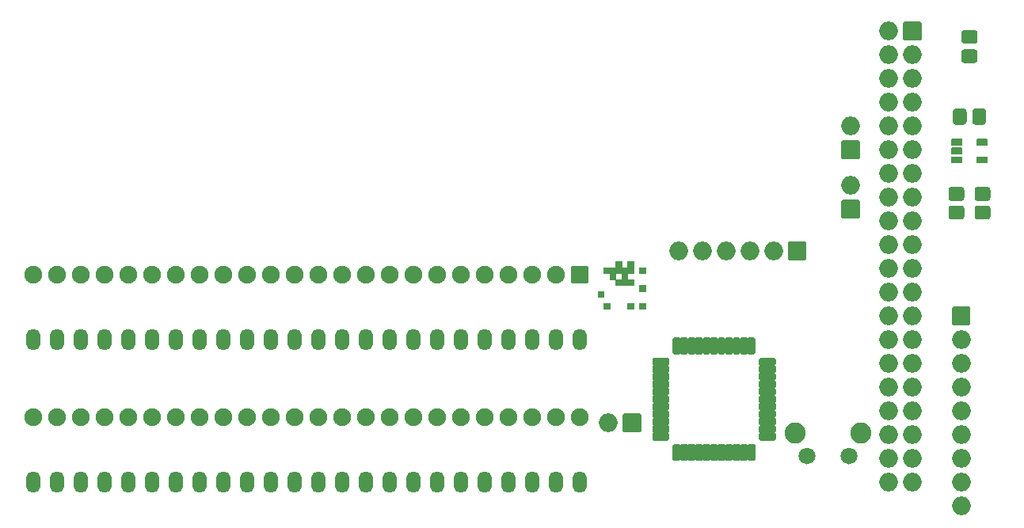
<source format=gbr>
%TF.GenerationSoftware,KiCad,Pcbnew,(5.1.9)-1*%
%TF.CreationDate,2021-07-28T09:14:02+01:00*%
%TF.ProjectId,RGBtoHDMI Amiga Denise DIP CPLD Rev 1.1,52474274-6f48-4444-9d49-20416d696761,rev?*%
%TF.SameCoordinates,Original*%
%TF.FileFunction,Soldermask,Top*%
%TF.FilePolarity,Negative*%
%FSLAX46Y46*%
G04 Gerber Fmt 4.6, Leading zero omitted, Abs format (unit mm)*
G04 Created by KiCad (PCBNEW (5.1.9)-1) date 2021-07-28 09:14:02*
%MOMM*%
%LPD*%
G01*
G04 APERTURE LIST*
%ADD10C,0.100000*%
%ADD11C,1.808000*%
%ADD12C,2.250000*%
%ADD13O,2.000000X2.000000*%
%ADD14O,1.500000X2.300000*%
%ADD15O,1.900000X1.900000*%
G04 APERTURE END LIST*
D10*
%TO.C,solarmon*%
G36*
X144399000Y-84963000D02*
G01*
X143764000Y-84963000D01*
X143764000Y-84328000D01*
X144399000Y-84328000D01*
X144399000Y-84963000D01*
G37*
X144399000Y-84963000D02*
X143764000Y-84963000D01*
X143764000Y-84328000D01*
X144399000Y-84328000D01*
X144399000Y-84963000D01*
G36*
X144399000Y-85598000D02*
G01*
X143764000Y-85598000D01*
X143764000Y-84963000D01*
X144399000Y-84963000D01*
X144399000Y-85598000D01*
G37*
X144399000Y-85598000D02*
X143764000Y-85598000D01*
X143764000Y-84963000D01*
X144399000Y-84963000D01*
X144399000Y-85598000D01*
G36*
X145034000Y-85598000D02*
G01*
X144399000Y-85598000D01*
X144399000Y-84963000D01*
X145034000Y-84963000D01*
X145034000Y-85598000D01*
G37*
X145034000Y-85598000D02*
X144399000Y-85598000D01*
X144399000Y-84963000D01*
X145034000Y-84963000D01*
X145034000Y-85598000D01*
G36*
X143764000Y-85598000D02*
G01*
X143129000Y-85598000D01*
X143129000Y-84963000D01*
X143764000Y-84963000D01*
X143764000Y-85598000D01*
G37*
X143764000Y-85598000D02*
X143129000Y-85598000D01*
X143129000Y-84963000D01*
X143764000Y-84963000D01*
X143764000Y-85598000D01*
G36*
X143129000Y-84963000D02*
G01*
X142494000Y-84963000D01*
X142494000Y-84328000D01*
X143129000Y-84328000D01*
X143129000Y-84963000D01*
G37*
X143129000Y-84963000D02*
X142494000Y-84963000D01*
X142494000Y-84328000D01*
X143129000Y-84328000D01*
X143129000Y-84963000D01*
G36*
X146304000Y-84328000D02*
G01*
X145669000Y-84328000D01*
X145669000Y-83693000D01*
X146304000Y-83693000D01*
X146304000Y-84328000D01*
G37*
X146304000Y-84328000D02*
X145669000Y-84328000D01*
X145669000Y-83693000D01*
X146304000Y-83693000D01*
X146304000Y-84328000D01*
G36*
X146304000Y-88138000D02*
G01*
X145669000Y-88138000D01*
X145669000Y-87503000D01*
X146304000Y-87503000D01*
X146304000Y-88138000D01*
G37*
X146304000Y-88138000D02*
X145669000Y-88138000D01*
X145669000Y-87503000D01*
X146304000Y-87503000D01*
X146304000Y-88138000D01*
G36*
X145034000Y-83693000D02*
G01*
X144399000Y-83693000D01*
X144399000Y-83058000D01*
X145034000Y-83058000D01*
X145034000Y-83693000D01*
G37*
X145034000Y-83693000D02*
X144399000Y-83693000D01*
X144399000Y-83058000D01*
X145034000Y-83058000D01*
X145034000Y-83693000D01*
G36*
X145034000Y-84328000D02*
G01*
X144399000Y-84328000D01*
X144399000Y-83693000D01*
X145034000Y-83693000D01*
X145034000Y-84328000D01*
G37*
X145034000Y-84328000D02*
X144399000Y-84328000D01*
X144399000Y-83693000D01*
X145034000Y-83693000D01*
X145034000Y-84328000D01*
G36*
X144399000Y-84328000D02*
G01*
X143764000Y-84328000D01*
X143764000Y-83693000D01*
X144399000Y-83693000D01*
X144399000Y-84328000D01*
G37*
X144399000Y-84328000D02*
X143764000Y-84328000D01*
X143764000Y-83693000D01*
X144399000Y-83693000D01*
X144399000Y-84328000D01*
G36*
X143764000Y-84328000D02*
G01*
X143129000Y-84328000D01*
X143129000Y-83693000D01*
X143764000Y-83693000D01*
X143764000Y-84328000D01*
G37*
X143764000Y-84328000D02*
X143129000Y-84328000D01*
X143129000Y-83693000D01*
X143764000Y-83693000D01*
X143764000Y-84328000D01*
G36*
X143764000Y-83693000D02*
G01*
X143129000Y-83693000D01*
X143129000Y-83058000D01*
X143764000Y-83058000D01*
X143764000Y-83693000D01*
G37*
X143764000Y-83693000D02*
X143129000Y-83693000D01*
X143129000Y-83058000D01*
X143764000Y-83058000D01*
X143764000Y-83693000D01*
G36*
X143129000Y-84328000D02*
G01*
X142494000Y-84328000D01*
X142494000Y-83693000D01*
X143129000Y-83693000D01*
X143129000Y-84328000D01*
G37*
X143129000Y-84328000D02*
X142494000Y-84328000D01*
X142494000Y-83693000D01*
X143129000Y-83693000D01*
X143129000Y-84328000D01*
G36*
X142494000Y-84328000D02*
G01*
X141859000Y-84328000D01*
X141859000Y-83693000D01*
X142494000Y-83693000D01*
X142494000Y-84328000D01*
G37*
X142494000Y-84328000D02*
X141859000Y-84328000D01*
X141859000Y-83693000D01*
X142494000Y-83693000D01*
X142494000Y-84328000D01*
G36*
X141859000Y-86868000D02*
G01*
X141224000Y-86868000D01*
X141224000Y-86233000D01*
X141859000Y-86233000D01*
X141859000Y-86868000D01*
G37*
X141859000Y-86868000D02*
X141224000Y-86868000D01*
X141224000Y-86233000D01*
X141859000Y-86233000D01*
X141859000Y-86868000D01*
G36*
X142494000Y-88138000D02*
G01*
X141859000Y-88138000D01*
X141859000Y-87503000D01*
X142494000Y-87503000D01*
X142494000Y-88138000D01*
G37*
X142494000Y-88138000D02*
X141859000Y-88138000D01*
X141859000Y-87503000D01*
X142494000Y-87503000D01*
X142494000Y-88138000D01*
G36*
X145034000Y-88138000D02*
G01*
X144399000Y-88138000D01*
X144399000Y-87503000D01*
X145034000Y-87503000D01*
X145034000Y-88138000D01*
G37*
X145034000Y-88138000D02*
X144399000Y-88138000D01*
X144399000Y-87503000D01*
X145034000Y-87503000D01*
X145034000Y-88138000D01*
G36*
X146304000Y-86233000D02*
G01*
X145669000Y-86233000D01*
X145669000Y-85598000D01*
X146304000Y-85598000D01*
X146304000Y-86233000D01*
G37*
X146304000Y-86233000D02*
X145669000Y-86233000D01*
X145669000Y-85598000D01*
X146304000Y-85598000D01*
X146304000Y-86233000D01*
%TD*%
D11*
%TO.C,BT11*%
X163587000Y-103886000D03*
X168137000Y-103886000D03*
D12*
X162362000Y-101386000D03*
X169362000Y-101386000D03*
%TD*%
%TO.C,FFOSD1*%
G36*
G01*
X179086000Y-89750000D02*
X179086000Y-88050000D01*
G75*
G02*
X179236000Y-87900000I150000J0D01*
G01*
X180936000Y-87900000D01*
G75*
G02*
X181086000Y-88050000I0J-150000D01*
G01*
X181086000Y-89750000D01*
G75*
G02*
X180936000Y-89900000I-150000J0D01*
G01*
X179236000Y-89900000D01*
G75*
G02*
X179086000Y-89750000I0J150000D01*
G01*
G37*
D13*
X180086000Y-91440000D03*
X180086000Y-93980000D03*
X180086000Y-96520000D03*
X180086000Y-99060000D03*
X180086000Y-101600000D03*
X180086000Y-104140000D03*
X180086000Y-106680000D03*
X180086000Y-109220000D03*
%TD*%
%TO.C,BT3*%
X168275000Y-68580000D03*
G36*
G01*
X169275000Y-70270000D02*
X169275000Y-71970000D01*
G75*
G02*
X169125000Y-72120000I-150000J0D01*
G01*
X167425000Y-72120000D01*
G75*
G02*
X167275000Y-71970000I0J150000D01*
G01*
X167275000Y-70270000D01*
G75*
G02*
X167425000Y-70120000I150000J0D01*
G01*
X169125000Y-70120000D01*
G75*
G02*
X169275000Y-70270000I0J-150000D01*
G01*
G37*
%TD*%
%TO.C,BT2*%
X168275000Y-74930000D03*
G36*
G01*
X169275000Y-76620000D02*
X169275000Y-78320000D01*
G75*
G02*
X169125000Y-78470000I-150000J0D01*
G01*
X167425000Y-78470000D01*
G75*
G02*
X167275000Y-78320000I0J150000D01*
G01*
X167275000Y-76620000D01*
G75*
G02*
X167425000Y-76470000I150000J0D01*
G01*
X169125000Y-76470000D01*
G75*
G02*
X169275000Y-76620000I0J-150000D01*
G01*
G37*
%TD*%
%TO.C,C5*%
G36*
G01*
X180675000Y-67002829D02*
X180675000Y-68125171D01*
G75*
G02*
X180361171Y-68439000I-313829J0D01*
G01*
X179513829Y-68439000D01*
G75*
G02*
X179200000Y-68125171I0J313829D01*
G01*
X179200000Y-67002829D01*
G75*
G02*
X179513829Y-66689000I313829J0D01*
G01*
X180361171Y-66689000D01*
G75*
G02*
X180675000Y-67002829I0J-313829D01*
G01*
G37*
G36*
G01*
X182750000Y-67002829D02*
X182750000Y-68125171D01*
G75*
G02*
X182436171Y-68439000I-313829J0D01*
G01*
X181588829Y-68439000D01*
G75*
G02*
X181275000Y-68125171I0J313829D01*
G01*
X181275000Y-67002829D01*
G75*
G02*
X181588829Y-66689000I313829J0D01*
G01*
X182436171Y-66689000D01*
G75*
G02*
X182750000Y-67002829I0J-313829D01*
G01*
G37*
%TD*%
%TO.C,U2*%
G36*
G01*
X181800000Y-69927000D02*
X182850000Y-69927000D01*
G75*
G02*
X182920000Y-69997000I0J-70000D01*
G01*
X182920000Y-70597000D01*
G75*
G02*
X182850000Y-70667000I-70000J0D01*
G01*
X181800000Y-70667000D01*
G75*
G02*
X181730000Y-70597000I0J70000D01*
G01*
X181730000Y-69997000D01*
G75*
G02*
X181800000Y-69927000I70000J0D01*
G01*
G37*
G36*
G01*
X181800000Y-71827000D02*
X182850000Y-71827000D01*
G75*
G02*
X182920000Y-71897000I0J-70000D01*
G01*
X182920000Y-72497000D01*
G75*
G02*
X182850000Y-72567000I-70000J0D01*
G01*
X181800000Y-72567000D01*
G75*
G02*
X181730000Y-72497000I0J70000D01*
G01*
X181730000Y-71897000D01*
G75*
G02*
X181800000Y-71827000I70000J0D01*
G01*
G37*
G36*
G01*
X179100000Y-71827000D02*
X180150000Y-71827000D01*
G75*
G02*
X180220000Y-71897000I0J-70000D01*
G01*
X180220000Y-72497000D01*
G75*
G02*
X180150000Y-72567000I-70000J0D01*
G01*
X179100000Y-72567000D01*
G75*
G02*
X179030000Y-72497000I0J70000D01*
G01*
X179030000Y-71897000D01*
G75*
G02*
X179100000Y-71827000I70000J0D01*
G01*
G37*
G36*
G01*
X179100000Y-70877000D02*
X180150000Y-70877000D01*
G75*
G02*
X180220000Y-70947000I0J-70000D01*
G01*
X180220000Y-71547000D01*
G75*
G02*
X180150000Y-71617000I-70000J0D01*
G01*
X179100000Y-71617000D01*
G75*
G02*
X179030000Y-71547000I0J70000D01*
G01*
X179030000Y-70947000D01*
G75*
G02*
X179100000Y-70877000I70000J0D01*
G01*
G37*
G36*
G01*
X179100000Y-69927000D02*
X180150000Y-69927000D01*
G75*
G02*
X180220000Y-69997000I0J-70000D01*
G01*
X180220000Y-70597000D01*
G75*
G02*
X180150000Y-70667000I-70000J0D01*
G01*
X179100000Y-70667000D01*
G75*
G02*
X179030000Y-70597000I0J70000D01*
G01*
X179030000Y-69997000D01*
G75*
G02*
X179100000Y-69927000I70000J0D01*
G01*
G37*
%TD*%
%TO.C,R5*%
G36*
G01*
X182909502Y-76585000D02*
X181834498Y-76585000D01*
G75*
G02*
X181522000Y-76272502I0J312498D01*
G01*
X181522000Y-75397498D01*
G75*
G02*
X181834498Y-75085000I312498J0D01*
G01*
X182909502Y-75085000D01*
G75*
G02*
X183222000Y-75397498I0J-312498D01*
G01*
X183222000Y-76272502D01*
G75*
G02*
X182909502Y-76585000I-312498J0D01*
G01*
G37*
G36*
G01*
X182909502Y-78585000D02*
X181834498Y-78585000D01*
G75*
G02*
X181522000Y-78272502I0J312498D01*
G01*
X181522000Y-77397498D01*
G75*
G02*
X181834498Y-77085000I312498J0D01*
G01*
X182909502Y-77085000D01*
G75*
G02*
X183222000Y-77397498I0J-312498D01*
G01*
X183222000Y-78272502D01*
G75*
G02*
X182909502Y-78585000I-312498J0D01*
G01*
G37*
%TD*%
%TO.C,R4*%
G36*
G01*
X179040498Y-77085000D02*
X180115502Y-77085000D01*
G75*
G02*
X180428000Y-77397498I0J-312498D01*
G01*
X180428000Y-78272502D01*
G75*
G02*
X180115502Y-78585000I-312498J0D01*
G01*
X179040498Y-78585000D01*
G75*
G02*
X178728000Y-78272502I0J312498D01*
G01*
X178728000Y-77397498D01*
G75*
G02*
X179040498Y-77085000I312498J0D01*
G01*
G37*
G36*
G01*
X179040498Y-75085000D02*
X180115502Y-75085000D01*
G75*
G02*
X180428000Y-75397498I0J-312498D01*
G01*
X180428000Y-76272502D01*
G75*
G02*
X180115502Y-76585000I-312498J0D01*
G01*
X179040498Y-76585000D01*
G75*
G02*
X178728000Y-76272502I0J312498D01*
G01*
X178728000Y-75397498D01*
G75*
G02*
X179040498Y-75085000I312498J0D01*
G01*
G37*
%TD*%
%TO.C,JTAG1*%
X149860000Y-81915000D03*
X152400000Y-81915000D03*
X154940000Y-81915000D03*
X157480000Y-81915000D03*
X160020000Y-81915000D03*
G36*
G01*
X161710000Y-80915000D02*
X163410000Y-80915000D01*
G75*
G02*
X163560000Y-81065000I0J-150000D01*
G01*
X163560000Y-82765000D01*
G75*
G02*
X163410000Y-82915000I-150000J0D01*
G01*
X161710000Y-82915000D01*
G75*
G02*
X161560000Y-82765000I0J150000D01*
G01*
X161560000Y-81065000D01*
G75*
G02*
X161710000Y-80915000I150000J0D01*
G01*
G37*
%TD*%
%TO.C,C1*%
G36*
G01*
X180413829Y-60371000D02*
X181536171Y-60371000D01*
G75*
G02*
X181850000Y-60684829I0J-313829D01*
G01*
X181850000Y-61532171D01*
G75*
G02*
X181536171Y-61846000I-313829J0D01*
G01*
X180413829Y-61846000D01*
G75*
G02*
X180100000Y-61532171I0J313829D01*
G01*
X180100000Y-60684829D01*
G75*
G02*
X180413829Y-60371000I313829J0D01*
G01*
G37*
G36*
G01*
X180413829Y-58296000D02*
X181536171Y-58296000D01*
G75*
G02*
X181850000Y-58609829I0J-313829D01*
G01*
X181850000Y-59457171D01*
G75*
G02*
X181536171Y-59771000I-313829J0D01*
G01*
X180413829Y-59771000D01*
G75*
G02*
X180100000Y-59457171I0J313829D01*
G01*
X180100000Y-58609829D01*
G75*
G02*
X180413829Y-58296000I313829J0D01*
G01*
G37*
%TD*%
%TO.C,U1*%
G36*
G01*
X148870000Y-101515000D02*
X148870000Y-102065000D01*
G75*
G02*
X148720000Y-102215000I-150000J0D01*
G01*
X147220000Y-102215000D01*
G75*
G02*
X147070000Y-102065000I0J150000D01*
G01*
X147070000Y-101515000D01*
G75*
G02*
X147220000Y-101365000I150000J0D01*
G01*
X148720000Y-101365000D01*
G75*
G02*
X148870000Y-101515000I0J-150000D01*
G01*
G37*
G36*
G01*
X148870000Y-100715000D02*
X148870000Y-101265000D01*
G75*
G02*
X148720000Y-101415000I-150000J0D01*
G01*
X147220000Y-101415000D01*
G75*
G02*
X147070000Y-101265000I0J150000D01*
G01*
X147070000Y-100715000D01*
G75*
G02*
X147220000Y-100565000I150000J0D01*
G01*
X148720000Y-100565000D01*
G75*
G02*
X148870000Y-100715000I0J-150000D01*
G01*
G37*
G36*
G01*
X148870000Y-99915000D02*
X148870000Y-100465000D01*
G75*
G02*
X148720000Y-100615000I-150000J0D01*
G01*
X147220000Y-100615000D01*
G75*
G02*
X147070000Y-100465000I0J150000D01*
G01*
X147070000Y-99915000D01*
G75*
G02*
X147220000Y-99765000I150000J0D01*
G01*
X148720000Y-99765000D01*
G75*
G02*
X148870000Y-99915000I0J-150000D01*
G01*
G37*
G36*
G01*
X148870000Y-99115000D02*
X148870000Y-99665000D01*
G75*
G02*
X148720000Y-99815000I-150000J0D01*
G01*
X147220000Y-99815000D01*
G75*
G02*
X147070000Y-99665000I0J150000D01*
G01*
X147070000Y-99115000D01*
G75*
G02*
X147220000Y-98965000I150000J0D01*
G01*
X148720000Y-98965000D01*
G75*
G02*
X148870000Y-99115000I0J-150000D01*
G01*
G37*
G36*
G01*
X148870000Y-98315000D02*
X148870000Y-98865000D01*
G75*
G02*
X148720000Y-99015000I-150000J0D01*
G01*
X147220000Y-99015000D01*
G75*
G02*
X147070000Y-98865000I0J150000D01*
G01*
X147070000Y-98315000D01*
G75*
G02*
X147220000Y-98165000I150000J0D01*
G01*
X148720000Y-98165000D01*
G75*
G02*
X148870000Y-98315000I0J-150000D01*
G01*
G37*
G36*
G01*
X148870000Y-97515000D02*
X148870000Y-98065000D01*
G75*
G02*
X148720000Y-98215000I-150000J0D01*
G01*
X147220000Y-98215000D01*
G75*
G02*
X147070000Y-98065000I0J150000D01*
G01*
X147070000Y-97515000D01*
G75*
G02*
X147220000Y-97365000I150000J0D01*
G01*
X148720000Y-97365000D01*
G75*
G02*
X148870000Y-97515000I0J-150000D01*
G01*
G37*
G36*
G01*
X148870000Y-96715000D02*
X148870000Y-97265000D01*
G75*
G02*
X148720000Y-97415000I-150000J0D01*
G01*
X147220000Y-97415000D01*
G75*
G02*
X147070000Y-97265000I0J150000D01*
G01*
X147070000Y-96715000D01*
G75*
G02*
X147220000Y-96565000I150000J0D01*
G01*
X148720000Y-96565000D01*
G75*
G02*
X148870000Y-96715000I0J-150000D01*
G01*
G37*
G36*
G01*
X148870000Y-95915000D02*
X148870000Y-96465000D01*
G75*
G02*
X148720000Y-96615000I-150000J0D01*
G01*
X147220000Y-96615000D01*
G75*
G02*
X147070000Y-96465000I0J150000D01*
G01*
X147070000Y-95915000D01*
G75*
G02*
X147220000Y-95765000I150000J0D01*
G01*
X148720000Y-95765000D01*
G75*
G02*
X148870000Y-95915000I0J-150000D01*
G01*
G37*
G36*
G01*
X148870000Y-95115000D02*
X148870000Y-95665000D01*
G75*
G02*
X148720000Y-95815000I-150000J0D01*
G01*
X147220000Y-95815000D01*
G75*
G02*
X147070000Y-95665000I0J150000D01*
G01*
X147070000Y-95115000D01*
G75*
G02*
X147220000Y-94965000I150000J0D01*
G01*
X148720000Y-94965000D01*
G75*
G02*
X148870000Y-95115000I0J-150000D01*
G01*
G37*
G36*
G01*
X148870000Y-94315000D02*
X148870000Y-94865000D01*
G75*
G02*
X148720000Y-95015000I-150000J0D01*
G01*
X147220000Y-95015000D01*
G75*
G02*
X147070000Y-94865000I0J150000D01*
G01*
X147070000Y-94315000D01*
G75*
G02*
X147220000Y-94165000I150000J0D01*
G01*
X148720000Y-94165000D01*
G75*
G02*
X148870000Y-94315000I0J-150000D01*
G01*
G37*
G36*
G01*
X148870000Y-93515000D02*
X148870000Y-94065000D01*
G75*
G02*
X148720000Y-94215000I-150000J0D01*
G01*
X147220000Y-94215000D01*
G75*
G02*
X147070000Y-94065000I0J150000D01*
G01*
X147070000Y-93515000D01*
G75*
G02*
X147220000Y-93365000I150000J0D01*
G01*
X148720000Y-93365000D01*
G75*
G02*
X148870000Y-93515000I0J-150000D01*
G01*
G37*
G36*
G01*
X149945000Y-92990000D02*
X149395000Y-92990000D01*
G75*
G02*
X149245000Y-92840000I0J150000D01*
G01*
X149245000Y-91340000D01*
G75*
G02*
X149395000Y-91190000I150000J0D01*
G01*
X149945000Y-91190000D01*
G75*
G02*
X150095000Y-91340000I0J-150000D01*
G01*
X150095000Y-92840000D01*
G75*
G02*
X149945000Y-92990000I-150000J0D01*
G01*
G37*
G36*
G01*
X150745000Y-92990000D02*
X150195000Y-92990000D01*
G75*
G02*
X150045000Y-92840000I0J150000D01*
G01*
X150045000Y-91340000D01*
G75*
G02*
X150195000Y-91190000I150000J0D01*
G01*
X150745000Y-91190000D01*
G75*
G02*
X150895000Y-91340000I0J-150000D01*
G01*
X150895000Y-92840000D01*
G75*
G02*
X150745000Y-92990000I-150000J0D01*
G01*
G37*
G36*
G01*
X151545000Y-92990000D02*
X150995000Y-92990000D01*
G75*
G02*
X150845000Y-92840000I0J150000D01*
G01*
X150845000Y-91340000D01*
G75*
G02*
X150995000Y-91190000I150000J0D01*
G01*
X151545000Y-91190000D01*
G75*
G02*
X151695000Y-91340000I0J-150000D01*
G01*
X151695000Y-92840000D01*
G75*
G02*
X151545000Y-92990000I-150000J0D01*
G01*
G37*
G36*
G01*
X152345000Y-92990000D02*
X151795000Y-92990000D01*
G75*
G02*
X151645000Y-92840000I0J150000D01*
G01*
X151645000Y-91340000D01*
G75*
G02*
X151795000Y-91190000I150000J0D01*
G01*
X152345000Y-91190000D01*
G75*
G02*
X152495000Y-91340000I0J-150000D01*
G01*
X152495000Y-92840000D01*
G75*
G02*
X152345000Y-92990000I-150000J0D01*
G01*
G37*
G36*
G01*
X153145000Y-92990000D02*
X152595000Y-92990000D01*
G75*
G02*
X152445000Y-92840000I0J150000D01*
G01*
X152445000Y-91340000D01*
G75*
G02*
X152595000Y-91190000I150000J0D01*
G01*
X153145000Y-91190000D01*
G75*
G02*
X153295000Y-91340000I0J-150000D01*
G01*
X153295000Y-92840000D01*
G75*
G02*
X153145000Y-92990000I-150000J0D01*
G01*
G37*
G36*
G01*
X153945000Y-92990000D02*
X153395000Y-92990000D01*
G75*
G02*
X153245000Y-92840000I0J150000D01*
G01*
X153245000Y-91340000D01*
G75*
G02*
X153395000Y-91190000I150000J0D01*
G01*
X153945000Y-91190000D01*
G75*
G02*
X154095000Y-91340000I0J-150000D01*
G01*
X154095000Y-92840000D01*
G75*
G02*
X153945000Y-92990000I-150000J0D01*
G01*
G37*
G36*
G01*
X154745000Y-92990000D02*
X154195000Y-92990000D01*
G75*
G02*
X154045000Y-92840000I0J150000D01*
G01*
X154045000Y-91340000D01*
G75*
G02*
X154195000Y-91190000I150000J0D01*
G01*
X154745000Y-91190000D01*
G75*
G02*
X154895000Y-91340000I0J-150000D01*
G01*
X154895000Y-92840000D01*
G75*
G02*
X154745000Y-92990000I-150000J0D01*
G01*
G37*
G36*
G01*
X155545000Y-92990000D02*
X154995000Y-92990000D01*
G75*
G02*
X154845000Y-92840000I0J150000D01*
G01*
X154845000Y-91340000D01*
G75*
G02*
X154995000Y-91190000I150000J0D01*
G01*
X155545000Y-91190000D01*
G75*
G02*
X155695000Y-91340000I0J-150000D01*
G01*
X155695000Y-92840000D01*
G75*
G02*
X155545000Y-92990000I-150000J0D01*
G01*
G37*
G36*
G01*
X156345000Y-92990000D02*
X155795000Y-92990000D01*
G75*
G02*
X155645000Y-92840000I0J150000D01*
G01*
X155645000Y-91340000D01*
G75*
G02*
X155795000Y-91190000I150000J0D01*
G01*
X156345000Y-91190000D01*
G75*
G02*
X156495000Y-91340000I0J-150000D01*
G01*
X156495000Y-92840000D01*
G75*
G02*
X156345000Y-92990000I-150000J0D01*
G01*
G37*
G36*
G01*
X157145000Y-92990000D02*
X156595000Y-92990000D01*
G75*
G02*
X156445000Y-92840000I0J150000D01*
G01*
X156445000Y-91340000D01*
G75*
G02*
X156595000Y-91190000I150000J0D01*
G01*
X157145000Y-91190000D01*
G75*
G02*
X157295000Y-91340000I0J-150000D01*
G01*
X157295000Y-92840000D01*
G75*
G02*
X157145000Y-92990000I-150000J0D01*
G01*
G37*
G36*
G01*
X157945000Y-92990000D02*
X157395000Y-92990000D01*
G75*
G02*
X157245000Y-92840000I0J150000D01*
G01*
X157245000Y-91340000D01*
G75*
G02*
X157395000Y-91190000I150000J0D01*
G01*
X157945000Y-91190000D01*
G75*
G02*
X158095000Y-91340000I0J-150000D01*
G01*
X158095000Y-92840000D01*
G75*
G02*
X157945000Y-92990000I-150000J0D01*
G01*
G37*
G36*
G01*
X160270000Y-93515000D02*
X160270000Y-94065000D01*
G75*
G02*
X160120000Y-94215000I-150000J0D01*
G01*
X158620000Y-94215000D01*
G75*
G02*
X158470000Y-94065000I0J150000D01*
G01*
X158470000Y-93515000D01*
G75*
G02*
X158620000Y-93365000I150000J0D01*
G01*
X160120000Y-93365000D01*
G75*
G02*
X160270000Y-93515000I0J-150000D01*
G01*
G37*
G36*
G01*
X160270000Y-94315000D02*
X160270000Y-94865000D01*
G75*
G02*
X160120000Y-95015000I-150000J0D01*
G01*
X158620000Y-95015000D01*
G75*
G02*
X158470000Y-94865000I0J150000D01*
G01*
X158470000Y-94315000D01*
G75*
G02*
X158620000Y-94165000I150000J0D01*
G01*
X160120000Y-94165000D01*
G75*
G02*
X160270000Y-94315000I0J-150000D01*
G01*
G37*
G36*
G01*
X160270000Y-95115000D02*
X160270000Y-95665000D01*
G75*
G02*
X160120000Y-95815000I-150000J0D01*
G01*
X158620000Y-95815000D01*
G75*
G02*
X158470000Y-95665000I0J150000D01*
G01*
X158470000Y-95115000D01*
G75*
G02*
X158620000Y-94965000I150000J0D01*
G01*
X160120000Y-94965000D01*
G75*
G02*
X160270000Y-95115000I0J-150000D01*
G01*
G37*
G36*
G01*
X160270000Y-95915000D02*
X160270000Y-96465000D01*
G75*
G02*
X160120000Y-96615000I-150000J0D01*
G01*
X158620000Y-96615000D01*
G75*
G02*
X158470000Y-96465000I0J150000D01*
G01*
X158470000Y-95915000D01*
G75*
G02*
X158620000Y-95765000I150000J0D01*
G01*
X160120000Y-95765000D01*
G75*
G02*
X160270000Y-95915000I0J-150000D01*
G01*
G37*
G36*
G01*
X160270000Y-96715000D02*
X160270000Y-97265000D01*
G75*
G02*
X160120000Y-97415000I-150000J0D01*
G01*
X158620000Y-97415000D01*
G75*
G02*
X158470000Y-97265000I0J150000D01*
G01*
X158470000Y-96715000D01*
G75*
G02*
X158620000Y-96565000I150000J0D01*
G01*
X160120000Y-96565000D01*
G75*
G02*
X160270000Y-96715000I0J-150000D01*
G01*
G37*
G36*
G01*
X160270000Y-97515000D02*
X160270000Y-98065000D01*
G75*
G02*
X160120000Y-98215000I-150000J0D01*
G01*
X158620000Y-98215000D01*
G75*
G02*
X158470000Y-98065000I0J150000D01*
G01*
X158470000Y-97515000D01*
G75*
G02*
X158620000Y-97365000I150000J0D01*
G01*
X160120000Y-97365000D01*
G75*
G02*
X160270000Y-97515000I0J-150000D01*
G01*
G37*
G36*
G01*
X160270000Y-98315000D02*
X160270000Y-98865000D01*
G75*
G02*
X160120000Y-99015000I-150000J0D01*
G01*
X158620000Y-99015000D01*
G75*
G02*
X158470000Y-98865000I0J150000D01*
G01*
X158470000Y-98315000D01*
G75*
G02*
X158620000Y-98165000I150000J0D01*
G01*
X160120000Y-98165000D01*
G75*
G02*
X160270000Y-98315000I0J-150000D01*
G01*
G37*
G36*
G01*
X160270000Y-99115000D02*
X160270000Y-99665000D01*
G75*
G02*
X160120000Y-99815000I-150000J0D01*
G01*
X158620000Y-99815000D01*
G75*
G02*
X158470000Y-99665000I0J150000D01*
G01*
X158470000Y-99115000D01*
G75*
G02*
X158620000Y-98965000I150000J0D01*
G01*
X160120000Y-98965000D01*
G75*
G02*
X160270000Y-99115000I0J-150000D01*
G01*
G37*
G36*
G01*
X160270000Y-99915000D02*
X160270000Y-100465000D01*
G75*
G02*
X160120000Y-100615000I-150000J0D01*
G01*
X158620000Y-100615000D01*
G75*
G02*
X158470000Y-100465000I0J150000D01*
G01*
X158470000Y-99915000D01*
G75*
G02*
X158620000Y-99765000I150000J0D01*
G01*
X160120000Y-99765000D01*
G75*
G02*
X160270000Y-99915000I0J-150000D01*
G01*
G37*
G36*
G01*
X160270000Y-100715000D02*
X160270000Y-101265000D01*
G75*
G02*
X160120000Y-101415000I-150000J0D01*
G01*
X158620000Y-101415000D01*
G75*
G02*
X158470000Y-101265000I0J150000D01*
G01*
X158470000Y-100715000D01*
G75*
G02*
X158620000Y-100565000I150000J0D01*
G01*
X160120000Y-100565000D01*
G75*
G02*
X160270000Y-100715000I0J-150000D01*
G01*
G37*
G36*
G01*
X160270000Y-101515000D02*
X160270000Y-102065000D01*
G75*
G02*
X160120000Y-102215000I-150000J0D01*
G01*
X158620000Y-102215000D01*
G75*
G02*
X158470000Y-102065000I0J150000D01*
G01*
X158470000Y-101515000D01*
G75*
G02*
X158620000Y-101365000I150000J0D01*
G01*
X160120000Y-101365000D01*
G75*
G02*
X160270000Y-101515000I0J-150000D01*
G01*
G37*
G36*
G01*
X157945000Y-104390000D02*
X157395000Y-104390000D01*
G75*
G02*
X157245000Y-104240000I0J150000D01*
G01*
X157245000Y-102740000D01*
G75*
G02*
X157395000Y-102590000I150000J0D01*
G01*
X157945000Y-102590000D01*
G75*
G02*
X158095000Y-102740000I0J-150000D01*
G01*
X158095000Y-104240000D01*
G75*
G02*
X157945000Y-104390000I-150000J0D01*
G01*
G37*
G36*
G01*
X157145000Y-104390000D02*
X156595000Y-104390000D01*
G75*
G02*
X156445000Y-104240000I0J150000D01*
G01*
X156445000Y-102740000D01*
G75*
G02*
X156595000Y-102590000I150000J0D01*
G01*
X157145000Y-102590000D01*
G75*
G02*
X157295000Y-102740000I0J-150000D01*
G01*
X157295000Y-104240000D01*
G75*
G02*
X157145000Y-104390000I-150000J0D01*
G01*
G37*
G36*
G01*
X156345000Y-104390000D02*
X155795000Y-104390000D01*
G75*
G02*
X155645000Y-104240000I0J150000D01*
G01*
X155645000Y-102740000D01*
G75*
G02*
X155795000Y-102590000I150000J0D01*
G01*
X156345000Y-102590000D01*
G75*
G02*
X156495000Y-102740000I0J-150000D01*
G01*
X156495000Y-104240000D01*
G75*
G02*
X156345000Y-104390000I-150000J0D01*
G01*
G37*
G36*
G01*
X155545000Y-104390000D02*
X154995000Y-104390000D01*
G75*
G02*
X154845000Y-104240000I0J150000D01*
G01*
X154845000Y-102740000D01*
G75*
G02*
X154995000Y-102590000I150000J0D01*
G01*
X155545000Y-102590000D01*
G75*
G02*
X155695000Y-102740000I0J-150000D01*
G01*
X155695000Y-104240000D01*
G75*
G02*
X155545000Y-104390000I-150000J0D01*
G01*
G37*
G36*
G01*
X154745000Y-104390000D02*
X154195000Y-104390000D01*
G75*
G02*
X154045000Y-104240000I0J150000D01*
G01*
X154045000Y-102740000D01*
G75*
G02*
X154195000Y-102590000I150000J0D01*
G01*
X154745000Y-102590000D01*
G75*
G02*
X154895000Y-102740000I0J-150000D01*
G01*
X154895000Y-104240000D01*
G75*
G02*
X154745000Y-104390000I-150000J0D01*
G01*
G37*
G36*
G01*
X153945000Y-104390000D02*
X153395000Y-104390000D01*
G75*
G02*
X153245000Y-104240000I0J150000D01*
G01*
X153245000Y-102740000D01*
G75*
G02*
X153395000Y-102590000I150000J0D01*
G01*
X153945000Y-102590000D01*
G75*
G02*
X154095000Y-102740000I0J-150000D01*
G01*
X154095000Y-104240000D01*
G75*
G02*
X153945000Y-104390000I-150000J0D01*
G01*
G37*
G36*
G01*
X153145000Y-104390000D02*
X152595000Y-104390000D01*
G75*
G02*
X152445000Y-104240000I0J150000D01*
G01*
X152445000Y-102740000D01*
G75*
G02*
X152595000Y-102590000I150000J0D01*
G01*
X153145000Y-102590000D01*
G75*
G02*
X153295000Y-102740000I0J-150000D01*
G01*
X153295000Y-104240000D01*
G75*
G02*
X153145000Y-104390000I-150000J0D01*
G01*
G37*
G36*
G01*
X152345000Y-104390000D02*
X151795000Y-104390000D01*
G75*
G02*
X151645000Y-104240000I0J150000D01*
G01*
X151645000Y-102740000D01*
G75*
G02*
X151795000Y-102590000I150000J0D01*
G01*
X152345000Y-102590000D01*
G75*
G02*
X152495000Y-102740000I0J-150000D01*
G01*
X152495000Y-104240000D01*
G75*
G02*
X152345000Y-104390000I-150000J0D01*
G01*
G37*
G36*
G01*
X151545000Y-104390000D02*
X150995000Y-104390000D01*
G75*
G02*
X150845000Y-104240000I0J150000D01*
G01*
X150845000Y-102740000D01*
G75*
G02*
X150995000Y-102590000I150000J0D01*
G01*
X151545000Y-102590000D01*
G75*
G02*
X151695000Y-102740000I0J-150000D01*
G01*
X151695000Y-104240000D01*
G75*
G02*
X151545000Y-104390000I-150000J0D01*
G01*
G37*
G36*
G01*
X150745000Y-104390000D02*
X150195000Y-104390000D01*
G75*
G02*
X150045000Y-104240000I0J150000D01*
G01*
X150045000Y-102740000D01*
G75*
G02*
X150195000Y-102590000I150000J0D01*
G01*
X150745000Y-102590000D01*
G75*
G02*
X150895000Y-102740000I0J-150000D01*
G01*
X150895000Y-104240000D01*
G75*
G02*
X150745000Y-104390000I-150000J0D01*
G01*
G37*
G36*
G01*
X149945000Y-104390000D02*
X149395000Y-104390000D01*
G75*
G02*
X149245000Y-104240000I0J150000D01*
G01*
X149245000Y-102740000D01*
G75*
G02*
X149395000Y-102590000I150000J0D01*
G01*
X149945000Y-102590000D01*
G75*
G02*
X150095000Y-102740000I0J-150000D01*
G01*
X150095000Y-104240000D01*
G75*
G02*
X149945000Y-104390000I-150000J0D01*
G01*
G37*
%TD*%
D14*
%TO.C,U4*%
X80873600Y-91440000D03*
X80873600Y-106680000D03*
X83413600Y-91440000D03*
X83413600Y-106680000D03*
X85953600Y-91440000D03*
X85953600Y-106680000D03*
X88493600Y-91440000D03*
X88493600Y-106680000D03*
X91033600Y-91440000D03*
X91033600Y-106680000D03*
X93573600Y-91440000D03*
X93573600Y-106680000D03*
X96113600Y-91440000D03*
X96113600Y-106680000D03*
X98653600Y-91440000D03*
X98653600Y-106680000D03*
X101193600Y-91440000D03*
X101193600Y-106680000D03*
X103733600Y-91440000D03*
X103733600Y-106680000D03*
X106273600Y-91440000D03*
X106273600Y-106680000D03*
X108813600Y-91440000D03*
X108813600Y-106680000D03*
X111353600Y-91440000D03*
X111353600Y-106680000D03*
X113893600Y-91440000D03*
X113893600Y-106680000D03*
X116433600Y-91440000D03*
X116433600Y-106680000D03*
X118973600Y-91440000D03*
X118973600Y-106680000D03*
X121513600Y-91440000D03*
X121513600Y-106680000D03*
X124053600Y-91440000D03*
X124053600Y-106680000D03*
X126593600Y-91440000D03*
X126593600Y-106680000D03*
X129133600Y-91440000D03*
X129133600Y-106680000D03*
X131673600Y-91440000D03*
X131673600Y-106680000D03*
X134213600Y-91440000D03*
X134213600Y-106680000D03*
X136753600Y-91440000D03*
X136753600Y-106680000D03*
X139293600Y-91440000D03*
X139293600Y-106680000D03*
%TD*%
D13*
%TO.C,J1*%
X172339000Y-106680000D03*
X174879000Y-106680000D03*
X172339000Y-104140000D03*
X174879000Y-104140000D03*
X172339000Y-101600000D03*
X174879000Y-101600000D03*
X172339000Y-99060000D03*
X174879000Y-99060000D03*
X172339000Y-96520000D03*
X174879000Y-96520000D03*
X172339000Y-93980000D03*
X174879000Y-93980000D03*
X172339000Y-91440000D03*
X174879000Y-91440000D03*
X172339000Y-88900000D03*
X174879000Y-88900000D03*
X172339000Y-86360000D03*
X174879000Y-86360000D03*
X172339000Y-83820000D03*
X174879000Y-83820000D03*
X172339000Y-81280000D03*
X174879000Y-81280000D03*
X172339000Y-78740000D03*
X174879000Y-78740000D03*
X172339000Y-76200000D03*
X174879000Y-76200000D03*
X172339000Y-73660000D03*
X174879000Y-73660000D03*
X172339000Y-71120000D03*
X174879000Y-71120000D03*
X172339000Y-68580000D03*
X174879000Y-68580000D03*
X172339000Y-66040000D03*
X174879000Y-66040000D03*
X172339000Y-63500000D03*
X174879000Y-63500000D03*
X172339000Y-60960000D03*
X174879000Y-60960000D03*
X172339000Y-58420000D03*
G36*
G01*
X173879000Y-59270000D02*
X173879000Y-57570000D01*
G75*
G02*
X174029000Y-57420000I150000J0D01*
G01*
X175729000Y-57420000D01*
G75*
G02*
X175879000Y-57570000I0J-150000D01*
G01*
X175879000Y-59270000D01*
G75*
G02*
X175729000Y-59420000I-150000J0D01*
G01*
X174029000Y-59420000D01*
G75*
G02*
X173879000Y-59270000I0J150000D01*
G01*
G37*
%TD*%
D15*
%TO.C,U3*%
X139315000Y-99695000D03*
X80895000Y-84455000D03*
X136775000Y-99695000D03*
X83435000Y-84455000D03*
X134235000Y-99695000D03*
X85975000Y-84455000D03*
X131695000Y-99695000D03*
X88515000Y-84455000D03*
X129155000Y-99695000D03*
X91055000Y-84455000D03*
X126615000Y-99695000D03*
X93595000Y-84455000D03*
X124075000Y-99695000D03*
X96135000Y-84455000D03*
X121535000Y-99695000D03*
X98675000Y-84455000D03*
X118995000Y-99695000D03*
X101215000Y-84455000D03*
X116455000Y-99695000D03*
X103755000Y-84455000D03*
X113915000Y-99695000D03*
X106295000Y-84455000D03*
X111375000Y-99695000D03*
X108835000Y-84455000D03*
X108835000Y-99695000D03*
X111375000Y-84455000D03*
X106295000Y-99695000D03*
X113915000Y-84455000D03*
X103755000Y-99695000D03*
X116455000Y-84455000D03*
X101215000Y-99695000D03*
X118995000Y-84455000D03*
X98675000Y-99695000D03*
X121535000Y-84455000D03*
X96135000Y-99695000D03*
X124075000Y-84455000D03*
X93595000Y-99695000D03*
X126615000Y-84455000D03*
X91055000Y-99695000D03*
X129155000Y-84455000D03*
X88515000Y-99695000D03*
X131695000Y-84455000D03*
X85975000Y-99695000D03*
X134235000Y-84455000D03*
X83435000Y-99695000D03*
X136775000Y-84455000D03*
X80895000Y-99695000D03*
G36*
G01*
X138515000Y-83505000D02*
X140115000Y-83505000D01*
G75*
G02*
X140265000Y-83655000I0J-150000D01*
G01*
X140265000Y-85255000D01*
G75*
G02*
X140115000Y-85405000I-150000J0D01*
G01*
X138515000Y-85405000D01*
G75*
G02*
X138365000Y-85255000I0J150000D01*
G01*
X138365000Y-83655000D01*
G75*
G02*
X138515000Y-83505000I150000J0D01*
G01*
G37*
%TD*%
D13*
%TO.C,BT1*%
X142367000Y-100330000D03*
G36*
G01*
X144057000Y-99330000D02*
X145757000Y-99330000D01*
G75*
G02*
X145907000Y-99480000I0J-150000D01*
G01*
X145907000Y-101180000D01*
G75*
G02*
X145757000Y-101330000I-150000J0D01*
G01*
X144057000Y-101330000D01*
G75*
G02*
X143907000Y-101180000I0J150000D01*
G01*
X143907000Y-99480000D01*
G75*
G02*
X144057000Y-99330000I150000J0D01*
G01*
G37*
%TD*%
M02*

</source>
